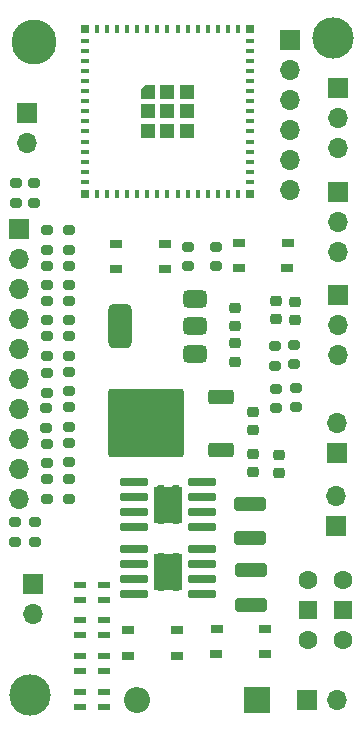
<source format=gbr>
%TF.GenerationSoftware,KiCad,Pcbnew,8.0.2-1*%
%TF.CreationDate,2025-02-04T18:40:10-06:00*%
%TF.ProjectId,ADACHI,41444143-4849-42e6-9b69-6361645f7063,rev?*%
%TF.SameCoordinates,Original*%
%TF.FileFunction,Soldermask,Top*%
%TF.FilePolarity,Negative*%
%FSLAX46Y46*%
G04 Gerber Fmt 4.6, Leading zero omitted, Abs format (unit mm)*
G04 Created by KiCad (PCBNEW 8.0.2-1) date 2025-02-04 18:40:10*
%MOMM*%
%LPD*%
G01*
G04 APERTURE LIST*
G04 Aperture macros list*
%AMRoundRect*
0 Rectangle with rounded corners*
0 $1 Rounding radius*
0 $2 $3 $4 $5 $6 $7 $8 $9 X,Y pos of 4 corners*
0 Add a 4 corners polygon primitive as box body*
4,1,4,$2,$3,$4,$5,$6,$7,$8,$9,$2,$3,0*
0 Add four circle primitives for the rounded corners*
1,1,$1+$1,$2,$3*
1,1,$1+$1,$4,$5*
1,1,$1+$1,$6,$7*
1,1,$1+$1,$8,$9*
0 Add four rect primitives between the rounded corners*
20,1,$1+$1,$2,$3,$4,$5,0*
20,1,$1+$1,$4,$5,$6,$7,0*
20,1,$1+$1,$6,$7,$8,$9,0*
20,1,$1+$1,$8,$9,$2,$3,0*%
%AMOutline5P*
0 Free polygon, 5 corners , with rotation*
0 The origin of the aperture is its center*
0 number of corners: always 5*
0 $1 to $10 corner X, Y*
0 $11 Rotation angle, in degrees counterclockwise*
0 create outline with 5 corners*
4,1,5,$1,$2,$3,$4,$5,$6,$7,$8,$9,$10,$1,$2,$11*%
%AMOutline6P*
0 Free polygon, 6 corners , with rotation*
0 The origin of the aperture is its center*
0 number of corners: always 6*
0 $1 to $12 corner X, Y*
0 $13 Rotation angle, in degrees counterclockwise*
0 create outline with 6 corners*
4,1,6,$1,$2,$3,$4,$5,$6,$7,$8,$9,$10,$11,$12,$1,$2,$13*%
%AMOutline7P*
0 Free polygon, 7 corners , with rotation*
0 The origin of the aperture is its center*
0 number of corners: always 7*
0 $1 to $14 corner X, Y*
0 $15 Rotation angle, in degrees counterclockwise*
0 create outline with 7 corners*
4,1,7,$1,$2,$3,$4,$5,$6,$7,$8,$9,$10,$11,$12,$13,$14,$1,$2,$15*%
%AMOutline8P*
0 Free polygon, 8 corners , with rotation*
0 The origin of the aperture is its center*
0 number of corners: always 8*
0 $1 to $16 corner X, Y*
0 $17 Rotation angle, in degrees counterclockwise*
0 create outline with 8 corners*
4,1,8,$1,$2,$3,$4,$5,$6,$7,$8,$9,$10,$11,$12,$13,$14,$15,$16,$1,$2,$17*%
G04 Aperture macros list end*
%ADD10R,1.700000X1.700000*%
%ADD11O,1.700000X1.700000*%
%ADD12RoundRect,0.200000X0.275000X-0.200000X0.275000X0.200000X-0.275000X0.200000X-0.275000X-0.200000X0*%
%ADD13RoundRect,0.225000X0.250000X-0.225000X0.250000X0.225000X-0.250000X0.225000X-0.250000X-0.225000X0*%
%ADD14C,2.600000*%
%ADD15C,3.500000*%
%ADD16RoundRect,0.250000X0.850000X0.350000X-0.850000X0.350000X-0.850000X-0.350000X0.850000X-0.350000X0*%
%ADD17RoundRect,0.249997X2.950003X2.650003X-2.950003X2.650003X-2.950003X-2.650003X2.950003X-2.650003X0*%
%ADD18RoundRect,0.225000X-0.250000X0.225000X-0.250000X-0.225000X0.250000X-0.225000X0.250000X0.225000X0*%
%ADD19RoundRect,0.200000X-0.275000X0.200000X-0.275000X-0.200000X0.275000X-0.200000X0.275000X0.200000X0*%
%ADD20R,1.500000X1.500000*%
%ADD21C,1.600000*%
%ADD22RoundRect,0.218750X0.256250X-0.218750X0.256250X0.218750X-0.256250X0.218750X-0.256250X-0.218750X0*%
%ADD23RoundRect,0.250000X-1.100000X0.325000X-1.100000X-0.325000X1.100000X-0.325000X1.100000X0.325000X0*%
%ADD24R,1.050000X0.650000*%
%ADD25C,3.800000*%
%ADD26R,1.000000X0.600000*%
%ADD27R,2.400000X3.100000*%
%ADD28RoundRect,0.070000X-1.100000X-0.250000X1.100000X-0.250000X1.100000X0.250000X-1.100000X0.250000X0*%
%ADD29C,0.770000*%
%ADD30RoundRect,0.375000X0.625000X0.375000X-0.625000X0.375000X-0.625000X-0.375000X0.625000X-0.375000X0*%
%ADD31RoundRect,0.500000X0.500000X1.400000X-0.500000X1.400000X-0.500000X-1.400000X0.500000X-1.400000X0*%
%ADD32R,0.800000X0.400000*%
%ADD33R,0.400000X0.800000*%
%ADD34Outline5P,-0.600000X0.204000X-0.204000X0.600000X0.600000X0.600000X0.600000X-0.600000X-0.600000X-0.600000X0.000000*%
%ADD35R,1.200000X1.200000*%
%ADD36R,0.800000X0.800000*%
%ADD37R,2.200000X2.200000*%
%ADD38O,2.200000X2.200000*%
G04 APERTURE END LIST*
D10*
%TO.C,J2*%
X148100000Y-98420000D03*
D11*
X148100000Y-100960000D03*
X148100000Y-103500000D03*
X148100000Y-106040000D03*
X148100000Y-108580000D03*
X148100000Y-111120000D03*
%TD*%
D12*
%TO.C,R2210k1*%
X129400000Y-134200000D03*
X129400000Y-132550000D03*
%TD*%
D13*
%TO.C,C6*%
X143400000Y-125675000D03*
X143400000Y-124125000D03*
%TD*%
D10*
%TO.C,xt30*%
X149525000Y-154300000D03*
D11*
X152065000Y-154300000D03*
%TD*%
D14*
%TO.C,H4*%
X126100000Y-153900000D03*
D15*
X126100000Y-153900000D03*
%TD*%
D16*
%TO.C,U1*%
X142200000Y-133200000D03*
D17*
X135900000Y-130920000D03*
D16*
X142200000Y-128640000D03*
%TD*%
D10*
%TO.C,voltajesensores1*%
X125800000Y-104625000D03*
D11*
X125800000Y-107165000D03*
%TD*%
D12*
%TO.C,R4*%
X146900000Y-129625000D03*
X146900000Y-127975000D03*
%TD*%
D18*
%TO.C,C1*%
X144900000Y-133500000D03*
X144900000Y-135050000D03*
%TD*%
D19*
%TO.C,R920k1*%
X127500000Y-114550000D03*
X127500000Y-116200000D03*
%TD*%
D10*
%TO.C,servo2*%
X152100000Y-111360000D03*
D11*
X152100000Y-113900000D03*
X152100000Y-116440000D03*
%TD*%
D12*
%TO.C,R1410k1*%
X129400000Y-122200000D03*
X129400000Y-120550000D03*
%TD*%
D10*
%TO.C,sensores1*%
X125100000Y-114480000D03*
D11*
X125100000Y-117020000D03*
X125100000Y-119560000D03*
X125100000Y-122100000D03*
X125100000Y-124640000D03*
X125100000Y-127180000D03*
X125100000Y-129720000D03*
X125100000Y-132260000D03*
X125100000Y-134800000D03*
X125100000Y-137340000D03*
%TD*%
D14*
%TO.C,H1*%
X151700000Y-98300000D03*
D15*
X151700000Y-98300000D03*
%TD*%
D19*
%TO.C,R1*%
X148400000Y-124275000D03*
X148400000Y-125925000D03*
%TD*%
D20*
%TO.C,negativo1*%
X152600000Y-146740000D03*
D21*
X152600000Y-144200000D03*
X152600000Y-149280000D03*
%TD*%
D19*
%TO.C,R2*%
X148600000Y-127900000D03*
X148600000Y-129550000D03*
%TD*%
D22*
%TO.C,led5v1*%
X148500000Y-122187500D03*
X148500000Y-120612500D03*
%TD*%
D12*
%TO.C,R1120k1*%
X127500000Y-119200000D03*
X127500000Y-117550000D03*
%TD*%
D13*
%TO.C,C5*%
X144900000Y-131475000D03*
X144900000Y-129925000D03*
%TD*%
D18*
%TO.C,C7*%
X143400000Y-121125000D03*
X143400000Y-122675000D03*
%TD*%
D19*
%TO.C,R7*%
X124900000Y-110600000D03*
X124900000Y-112250000D03*
%TD*%
D23*
%TO.C,C4*%
X144800000Y-143300000D03*
X144800000Y-146250000D03*
%TD*%
D12*
%TO.C,R1210k1*%
X129400000Y-119200000D03*
X129400000Y-117550000D03*
%TD*%
D19*
%TO.C,R2610k1*%
X126500000Y-139275000D03*
X126500000Y-140925000D03*
%TD*%
D24*
%TO.C,RESET1*%
X143725000Y-115625000D03*
X147875000Y-115625000D03*
X143725000Y-117775000D03*
X147850000Y-117775000D03*
%TD*%
D14*
%TO.C,H2*%
X126400000Y-98600000D03*
D25*
X126400000Y-98600000D03*
%TD*%
D24*
%TO.C,boton1*%
X138475000Y-150575000D03*
X134325000Y-150575000D03*
X138475000Y-148425000D03*
X134350000Y-148425000D03*
%TD*%
D23*
%TO.C,C2*%
X144700000Y-137700000D03*
X144700000Y-140650000D03*
%TD*%
D20*
%TO.C,positivo1*%
X149600000Y-146740000D03*
D21*
X149600000Y-144200000D03*
X149600000Y-149280000D03*
%TD*%
D26*
%TO.C,D4*%
X132300000Y-151900000D03*
X132300000Y-150600000D03*
X130300000Y-150600000D03*
X130300000Y-151900000D03*
%TD*%
D12*
%TO.C,R1010k1*%
X129400000Y-116200000D03*
X129400000Y-114550000D03*
%TD*%
%TO.C,R1610k1*%
X129400000Y-125200000D03*
X129400000Y-123550000D03*
%TD*%
D19*
%TO.C,R1520k1*%
X127500000Y-123550000D03*
X127500000Y-125200000D03*
%TD*%
D12*
%TO.C,R5*%
X141800000Y-117625000D03*
X141800000Y-115975000D03*
%TD*%
D10*
%TO.C,conectormotor1*%
X152075000Y-133450000D03*
D11*
X152075000Y-130910000D03*
%TD*%
D27*
%TO.C,driver1*%
X137775000Y-137805000D03*
D28*
X134900000Y-135900000D03*
X134900000Y-137170000D03*
X134900000Y-138440000D03*
X134900000Y-139710000D03*
X140650000Y-139710000D03*
X140650000Y-138440000D03*
X140650000Y-137170000D03*
X140650000Y-135900000D03*
D29*
X137125000Y-136505000D03*
X137125000Y-137805000D03*
X137125000Y-139105000D03*
X138425000Y-136505000D03*
X138425000Y-137805000D03*
X138425000Y-139105000D03*
%TD*%
D19*
%TO.C,R2320k1*%
X127500000Y-135650000D03*
X127500000Y-137300000D03*
%TD*%
D30*
%TO.C,reguladr3v1*%
X140000000Y-125000000D03*
X140000000Y-122700000D03*
D31*
X133700000Y-122700000D03*
D30*
X140000000Y-120400000D03*
%TD*%
D19*
%TO.C,R1720k1*%
X127500000Y-126650000D03*
X127500000Y-128300000D03*
%TD*%
D12*
%TO.C,R2010k1*%
X129400000Y-131200000D03*
X129400000Y-129550000D03*
%TD*%
D18*
%TO.C,C3*%
X147100000Y-133600000D03*
X147100000Y-135150000D03*
%TD*%
D19*
%TO.C,R2520k1*%
X124800000Y-139275000D03*
X124800000Y-140925000D03*
%TD*%
D22*
%TO.C,led1*%
X146900000Y-122087500D03*
X146900000Y-120512500D03*
%TD*%
D24*
%TO.C,boton2*%
X145975000Y-150475000D03*
X141825000Y-150475000D03*
X145975000Y-148325000D03*
X141850000Y-148325000D03*
%TD*%
%TO.C,BOOT1*%
X133325000Y-115725000D03*
X137475000Y-115725000D03*
X133325000Y-117875000D03*
X137450000Y-117875000D03*
%TD*%
D10*
%TO.C,arrancador1*%
X152100000Y-120075000D03*
D11*
X152100000Y-122615000D03*
X152100000Y-125155000D03*
%TD*%
D19*
%TO.C,R2410k1*%
X129400000Y-135650000D03*
X129400000Y-137300000D03*
%TD*%
D12*
%TO.C,R3*%
X146800000Y-126025000D03*
X146800000Y-124375000D03*
%TD*%
D10*
%TO.C,servo1*%
X152100000Y-102560000D03*
D11*
X152100000Y-105100000D03*
X152100000Y-107640000D03*
%TD*%
D12*
%TO.C,R1810k1*%
X129400000Y-128200000D03*
X129400000Y-126550000D03*
%TD*%
%TO.C,R6*%
X139400000Y-117625000D03*
X139400000Y-115975000D03*
%TD*%
D19*
%TO.C,R1920k1*%
X127400000Y-129650000D03*
X127400000Y-131300000D03*
%TD*%
D32*
%TO.C,U2*%
X130700000Y-98550000D03*
X130700000Y-99400000D03*
X130700000Y-100250000D03*
X130700000Y-101100000D03*
X130700000Y-101950000D03*
X130700000Y-102800000D03*
X130700000Y-103650000D03*
X130700000Y-104500000D03*
X130700000Y-105350000D03*
X130700000Y-106200000D03*
X130700000Y-107050000D03*
X130700000Y-107900000D03*
X130700000Y-108750000D03*
X130700000Y-109600000D03*
X130700000Y-110450000D03*
D33*
X131750000Y-111500000D03*
X132600000Y-111500000D03*
X133450000Y-111500000D03*
X134300000Y-111500000D03*
X135150000Y-111500000D03*
X136000000Y-111500000D03*
X136850000Y-111500000D03*
X137700000Y-111500000D03*
X138550000Y-111500000D03*
X139400000Y-111500000D03*
X140250000Y-111500000D03*
X141100000Y-111500000D03*
X141950000Y-111500000D03*
X142800000Y-111500000D03*
X143650000Y-111500000D03*
D32*
X144700000Y-110450000D03*
X144700000Y-109600000D03*
X144700000Y-108750000D03*
X144700000Y-107900000D03*
X144700000Y-107050000D03*
X144700000Y-106200000D03*
X144700000Y-105350000D03*
X144700000Y-104500000D03*
X144700000Y-103650000D03*
X144700000Y-102800000D03*
X144700000Y-101950000D03*
X144700000Y-101100000D03*
X144700000Y-100250000D03*
X144700000Y-99400000D03*
X144700000Y-98550000D03*
D33*
X143650000Y-97500000D03*
X142800000Y-97500000D03*
X141950000Y-97500000D03*
X141100000Y-97500000D03*
X140250000Y-97500000D03*
X139400000Y-97500000D03*
X138550000Y-97500000D03*
X137700000Y-97500000D03*
X136850000Y-97500000D03*
X136000000Y-97500000D03*
X135150000Y-97500000D03*
X134300000Y-97500000D03*
X133450000Y-97500000D03*
X132600000Y-97500000D03*
X131750000Y-97500000D03*
D34*
X136050000Y-102850000D03*
D35*
X136050000Y-104500000D03*
X136050000Y-106150000D03*
X137700000Y-102850000D03*
X137700000Y-104500000D03*
X137700000Y-106150000D03*
X139350000Y-102850000D03*
X139350000Y-104500000D03*
X139350000Y-106150000D03*
D36*
X130700000Y-97500000D03*
X130700000Y-111500000D03*
X144700000Y-111500000D03*
X144700000Y-97500000D03*
%TD*%
D19*
%TO.C,R1320k1*%
X127500000Y-120550000D03*
X127500000Y-122200000D03*
%TD*%
D12*
%TO.C,R8*%
X126400000Y-112225000D03*
X126400000Y-110575000D03*
%TD*%
D26*
%TO.C,D2*%
X130300000Y-144600000D03*
X130300000Y-145900000D03*
X132300000Y-145900000D03*
X132300000Y-144600000D03*
%TD*%
D27*
%TO.C,driver2*%
X137775000Y-143495000D03*
D28*
X134900000Y-141590000D03*
X134900000Y-142860000D03*
X134900000Y-144130000D03*
X134900000Y-145400000D03*
X140650000Y-145400000D03*
X140650000Y-144130000D03*
X140650000Y-142860000D03*
X140650000Y-141590000D03*
D29*
X137125000Y-142195000D03*
X137125000Y-143495000D03*
X137125000Y-144795000D03*
X138425000Y-142195000D03*
X138425000Y-143495000D03*
X138425000Y-144795000D03*
%TD*%
D19*
%TO.C,R2120k1*%
X127500000Y-132650000D03*
X127500000Y-134300000D03*
%TD*%
D10*
%TO.C,conectormotor2*%
X151975000Y-139640000D03*
D11*
X151975000Y-137100000D03*
%TD*%
D26*
%TO.C,D1*%
X130300000Y-147550000D03*
X130300000Y-148850000D03*
X132300000Y-148850000D03*
X132300000Y-147550000D03*
%TD*%
D10*
%TO.C,voltajesensores2*%
X126300000Y-144500000D03*
D11*
X126300000Y-147040000D03*
%TD*%
D26*
%TO.C,D5*%
X130300000Y-153650000D03*
X130300000Y-154950000D03*
X132300000Y-154950000D03*
X132300000Y-153650000D03*
%TD*%
D37*
%TO.C,D3*%
X145305000Y-154300000D03*
D38*
X135145000Y-154300000D03*
%TD*%
M02*

</source>
